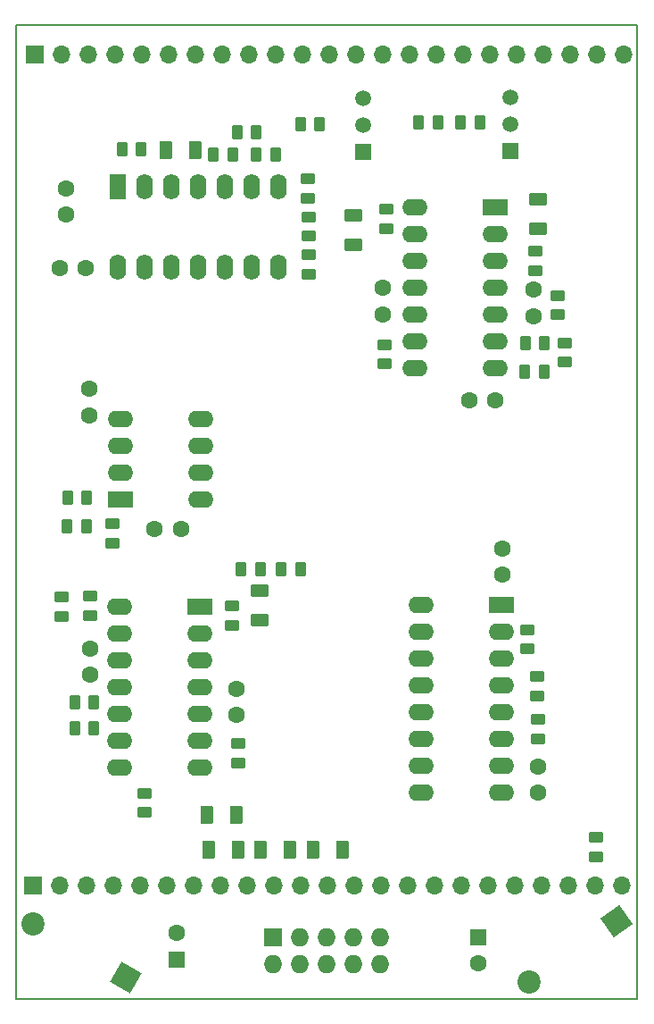
<source format=gbr>
%TF.GenerationSoftware,KiCad,Pcbnew,(5.99.0-13086-gffd1139cfe)*%
%TF.CreationDate,2021-11-22T18:43:28+08:00*%
%TF.ProjectId,Farini_EURO,46617269-6e69-45f4-9555-524f2e6b6963,rev?*%
%TF.SameCoordinates,Original*%
%TF.FileFunction,Soldermask,Bot*%
%TF.FilePolarity,Negative*%
%FSLAX46Y46*%
G04 Gerber Fmt 4.6, Leading zero omitted, Abs format (unit mm)*
G04 Created by KiCad (PCBNEW (5.99.0-13086-gffd1139cfe)) date 2021-11-22 18:43:28*
%MOMM*%
%LPD*%
G01*
G04 APERTURE LIST*
G04 Aperture macros list*
%AMRoundRect*
0 Rectangle with rounded corners*
0 $1 Rounding radius*
0 $2 $3 $4 $5 $6 $7 $8 $9 X,Y pos of 4 corners*
0 Add a 4 corners polygon primitive as box body*
4,1,4,$2,$3,$4,$5,$6,$7,$8,$9,$2,$3,0*
0 Add four circle primitives for the rounded corners*
1,1,$1+$1,$2,$3*
1,1,$1+$1,$4,$5*
1,1,$1+$1,$6,$7*
1,1,$1+$1,$8,$9*
0 Add four rect primitives between the rounded corners*
20,1,$1+$1,$2,$3,$4,$5,0*
20,1,$1+$1,$4,$5,$6,$7,0*
20,1,$1+$1,$6,$7,$8,$9,0*
20,1,$1+$1,$8,$9,$2,$3,0*%
%AMHorizOval*
0 Thick line with rounded ends*
0 $1 width*
0 $2 $3 position (X,Y) of the first rounded end (center of the circle)*
0 $4 $5 position (X,Y) of the second rounded end (center of the circle)*
0 Add line between two ends*
20,1,$1,$2,$3,$4,$5,0*
0 Add two circle primitives to create the rounded ends*
1,1,$1,$2,$3*
1,1,$1,$4,$5*%
%AMRotRect*
0 Rectangle, with rotation*
0 The origin of the aperture is its center*
0 $1 length*
0 $2 width*
0 $3 Rotation angle, in degrees counterclockwise*
0 Add horizontal line*
21,1,$1,$2,0,0,$3*%
G04 Aperture macros list end*
%TA.AperFunction,Profile*%
%ADD10C,0.150000*%
%TD*%
%ADD11R,1.700000X1.700000*%
%ADD12O,1.700000X1.700000*%
%ADD13R,1.600000X1.600000*%
%ADD14C,1.600000*%
%ADD15RotRect,2.200000X2.200000X215.000000*%
%ADD16HorizOval,2.200000X0.000000X0.000000X0.000000X0.000000X0*%
%ADD17RoundRect,0.250000X-0.625000X0.375000X-0.625000X-0.375000X0.625000X-0.375000X0.625000X0.375000X0*%
%ADD18RotRect,2.200000X2.200000X150.000000*%
%ADD19HorizOval,2.200000X0.000000X0.000000X0.000000X0.000000X0*%
%ADD20RoundRect,0.250000X-0.375000X-0.625000X0.375000X-0.625000X0.375000X0.625000X-0.375000X0.625000X0*%
%ADD21RoundRect,0.250000X0.625000X-0.375000X0.625000X0.375000X-0.625000X0.375000X-0.625000X-0.375000X0*%
%ADD22RoundRect,0.250000X0.375000X0.625000X-0.375000X0.625000X-0.375000X-0.625000X0.375000X-0.625000X0*%
%ADD23R,1.727200X1.727200*%
%ADD24O,1.727200X1.727200*%
%ADD25R,1.500000X1.500000*%
%ADD26C,1.500000*%
%ADD27RoundRect,0.250000X-0.450000X0.262500X-0.450000X-0.262500X0.450000X-0.262500X0.450000X0.262500X0*%
%ADD28RoundRect,0.250000X-0.262500X-0.450000X0.262500X-0.450000X0.262500X0.450000X-0.262500X0.450000X0*%
%ADD29RoundRect,0.250000X0.450000X-0.262500X0.450000X0.262500X-0.450000X0.262500X-0.450000X-0.262500X0*%
%ADD30RoundRect,0.250000X0.262500X0.450000X-0.262500X0.450000X-0.262500X-0.450000X0.262500X-0.450000X0*%
%ADD31R,2.400000X1.600000*%
%ADD32O,2.400000X1.600000*%
%ADD33R,1.600000X2.400000*%
%ADD34O,1.600000X2.400000*%
G04 APERTURE END LIST*
D10*
X47205489Y-140455901D02*
X106135489Y-140455901D01*
X47205489Y-48154626D02*
X47205489Y-140455901D01*
X106135489Y-48154626D02*
X47205489Y-48154626D01*
X106135489Y-140455901D02*
X106135489Y-48154626D01*
D11*
%TO.C,J2*%
X48917318Y-50955489D03*
D12*
X51457318Y-50955489D03*
X53997318Y-50955489D03*
X56537318Y-50955489D03*
X59077318Y-50955489D03*
X61617318Y-50955489D03*
X64157318Y-50955489D03*
X66697318Y-50955489D03*
X69237318Y-50955489D03*
X71777318Y-50955489D03*
X74317318Y-50955489D03*
X76857318Y-50955489D03*
X79397318Y-50955489D03*
X81937318Y-50955489D03*
X84477318Y-50955489D03*
X87017318Y-50955489D03*
X89557318Y-50955489D03*
X92097318Y-50955489D03*
X94637318Y-50955489D03*
X97177318Y-50955489D03*
X99717318Y-50955489D03*
X102257318Y-50955489D03*
X104797318Y-50955489D03*
%TD*%
D11*
%TO.C,J2*%
X48790489Y-129705489D03*
D12*
X51330489Y-129705489D03*
X53870489Y-129705489D03*
X56410489Y-129705489D03*
X58950489Y-129705489D03*
X61490489Y-129705489D03*
X64030489Y-129705489D03*
X66570489Y-129705489D03*
X69110489Y-129705489D03*
X71650489Y-129705489D03*
X74190489Y-129705489D03*
X76730489Y-129705489D03*
X79270489Y-129705489D03*
X81810489Y-129705489D03*
X84350489Y-129705489D03*
X86890489Y-129705489D03*
X89430489Y-129705489D03*
X91970489Y-129705489D03*
X94510489Y-129705489D03*
X97050489Y-129705489D03*
X99590489Y-129705489D03*
X102130489Y-129705489D03*
X104670489Y-129705489D03*
%TD*%
D13*
%TO.C,C1*%
X91005489Y-134625489D03*
D14*
X91005489Y-137125489D03*
%TD*%
D13*
%TO.C,C2*%
X62425489Y-136725489D03*
D14*
X62425489Y-134225489D03*
%TD*%
%TO.C,C3*%
X96265489Y-75765800D03*
X96265489Y-73265800D03*
%TD*%
%TO.C,C4*%
X68080489Y-113574429D03*
X68080489Y-111074429D03*
%TD*%
%TO.C,C5*%
X60328971Y-95906289D03*
X62828971Y-95906289D03*
%TD*%
%TO.C,C6*%
X81995489Y-75595800D03*
X81995489Y-73095800D03*
%TD*%
%TO.C,C7*%
X54170489Y-107254429D03*
X54170489Y-109754429D03*
%TD*%
%TO.C,C8*%
X54078971Y-82656289D03*
X54078971Y-85156289D03*
%TD*%
%TO.C,C9*%
X90155489Y-83705800D03*
X92655489Y-83705800D03*
%TD*%
%TO.C,C10*%
X96693384Y-118417904D03*
X96693384Y-120917904D03*
%TD*%
%TO.C,C11*%
X93315489Y-97775489D03*
X93315489Y-100275489D03*
%TD*%
D15*
%TO.C,D1*%
X104166781Y-133071721D03*
D16*
X95844196Y-138899258D03*
%TD*%
D17*
%TO.C,D3*%
X96665489Y-64675800D03*
X96665489Y-67475800D03*
%TD*%
D18*
%TO.C,D5*%
X57604898Y-138455489D03*
D19*
X48806080Y-133375489D03*
%TD*%
D20*
%TO.C,D6*%
X61397989Y-60080969D03*
X64197989Y-60080969D03*
%TD*%
D21*
%TO.C,D7*%
X70265489Y-104575489D03*
X70265489Y-101775489D03*
%TD*%
%TO.C,D10*%
X79217989Y-69000969D03*
X79217989Y-66200969D03*
%TD*%
D22*
%TO.C,D11*%
X73205489Y-126365489D03*
X70405489Y-126365489D03*
%TD*%
D20*
%TO.C,D12*%
X65265489Y-123035489D03*
X68065489Y-123035489D03*
%TD*%
%TO.C,D13*%
X65425489Y-126295489D03*
X68225489Y-126295489D03*
%TD*%
D23*
%TO.C,J1*%
X71590489Y-134615489D03*
D24*
X71590489Y-137155489D03*
X74130489Y-134615489D03*
X74130489Y-137155489D03*
X76670489Y-134615489D03*
X76670489Y-137155489D03*
X79210489Y-134615489D03*
X79210489Y-137155489D03*
X81750489Y-134615489D03*
X81750489Y-137155489D03*
%TD*%
D25*
%TO.C,Q1*%
X94105489Y-60095489D03*
D26*
X94105489Y-57555489D03*
X94105489Y-55015489D03*
%TD*%
D25*
%TO.C,Q2*%
X80149239Y-60225489D03*
D26*
X80149239Y-57685489D03*
X80149239Y-55145489D03*
%TD*%
D27*
%TO.C,R1*%
X67630489Y-103241929D03*
X67630489Y-105066929D03*
%TD*%
D28*
%TO.C,R2*%
X95462989Y-81025800D03*
X97287989Y-81025800D03*
%TD*%
D27*
%TO.C,R3*%
X102185489Y-125162989D03*
X102185489Y-126987989D03*
%TD*%
D28*
%TO.C,R4*%
X95502989Y-78285800D03*
X97327989Y-78285800D03*
%TD*%
D27*
%TO.C,R6*%
X99265489Y-78313300D03*
X99265489Y-80138300D03*
%TD*%
%TO.C,R7*%
X96475489Y-69643300D03*
X96475489Y-71468300D03*
%TD*%
D29*
%TO.C,R8*%
X98605489Y-75628300D03*
X98605489Y-73803300D03*
%TD*%
%TO.C,R10*%
X82145489Y-80307989D03*
X82145489Y-78482989D03*
%TD*%
%TO.C,R11*%
X68285489Y-118077989D03*
X68285489Y-116252989D03*
%TD*%
D28*
%TO.C,R12*%
X57225489Y-59950969D03*
X59050489Y-59950969D03*
%TD*%
D30*
%TO.C,R13*%
X71800489Y-60460969D03*
X69975489Y-60460969D03*
%TD*%
%TO.C,R17*%
X67750489Y-60460969D03*
X65925489Y-60460969D03*
%TD*%
%TO.C,R18*%
X69957989Y-58385489D03*
X68132989Y-58385489D03*
%TD*%
D29*
%TO.C,R22*%
X56355489Y-97267989D03*
X56355489Y-95442989D03*
%TD*%
D27*
%TO.C,R23*%
X54230489Y-102301929D03*
X54230489Y-104126929D03*
%TD*%
%TO.C,R24*%
X82285489Y-65632989D03*
X82285489Y-67457989D03*
%TD*%
%TO.C,R26*%
X59385489Y-120962989D03*
X59385489Y-122787989D03*
%TD*%
D30*
%TO.C,R27*%
X74167989Y-99715489D03*
X72342989Y-99715489D03*
%TD*%
D29*
%TO.C,R28*%
X51485489Y-104197989D03*
X51485489Y-102372989D03*
%TD*%
D27*
%TO.C,R29*%
X95723384Y-105495404D03*
X95723384Y-107320404D03*
%TD*%
D28*
%TO.C,R30*%
X68512989Y-99745489D03*
X70337989Y-99745489D03*
%TD*%
D30*
%TO.C,R31*%
X91177989Y-57405489D03*
X89352989Y-57405489D03*
%TD*%
%TO.C,R33*%
X54552989Y-114804429D03*
X52727989Y-114804429D03*
%TD*%
D28*
%TO.C,R34*%
X52727989Y-112404429D03*
X54552989Y-112404429D03*
%TD*%
D27*
%TO.C,R35*%
X96643384Y-109922904D03*
X96643384Y-111747904D03*
%TD*%
D30*
%TO.C,R38*%
X75991739Y-57595489D03*
X74166739Y-57595489D03*
%TD*%
D29*
%TO.C,R40*%
X74977989Y-71803469D03*
X74977989Y-69978469D03*
%TD*%
%TO.C,R41*%
X74907989Y-68193469D03*
X74907989Y-66368469D03*
%TD*%
D30*
%TO.C,R42*%
X87207989Y-57405489D03*
X85382989Y-57405489D03*
%TD*%
D29*
%TO.C,R43*%
X74867989Y-64573469D03*
X74867989Y-62748469D03*
%TD*%
%TO.C,R44*%
X96683384Y-115810404D03*
X96683384Y-113985404D03*
%TD*%
D31*
%TO.C,U1*%
X92625489Y-65465800D03*
D32*
X92625489Y-68005800D03*
X92625489Y-70545800D03*
X92625489Y-73085800D03*
X92625489Y-75625800D03*
X92625489Y-78165800D03*
X92625489Y-80705800D03*
X85005489Y-80705800D03*
X85005489Y-78165800D03*
X85005489Y-75625800D03*
X85005489Y-73085800D03*
X85005489Y-70545800D03*
X85005489Y-68005800D03*
X85005489Y-65465800D03*
%TD*%
D31*
%TO.C,U2*%
X64615489Y-103300489D03*
D32*
X64615489Y-105840489D03*
X64615489Y-108380489D03*
X64615489Y-110920489D03*
X64615489Y-113460489D03*
X64615489Y-116000489D03*
X64615489Y-118540489D03*
X56995489Y-118540489D03*
X56995489Y-116000489D03*
X56995489Y-113460489D03*
X56995489Y-110920489D03*
X56995489Y-108380489D03*
X56995489Y-105840489D03*
X56995489Y-103300489D03*
%TD*%
D33*
%TO.C,U3*%
X56862989Y-63510969D03*
D34*
X59402989Y-63510969D03*
X61942989Y-63510969D03*
X64482989Y-63510969D03*
X67022989Y-63510969D03*
X69562989Y-63510969D03*
X72102989Y-63510969D03*
X72102989Y-71130969D03*
X69562989Y-71130969D03*
X67022989Y-71130969D03*
X64482989Y-71130969D03*
X61942989Y-71130969D03*
X59402989Y-71130969D03*
X56862989Y-71130969D03*
%TD*%
D31*
%TO.C,U4*%
X93273384Y-103137904D03*
D32*
X93273384Y-105677904D03*
X93273384Y-108217904D03*
X93273384Y-110757904D03*
X93273384Y-113297904D03*
X93273384Y-115837904D03*
X93273384Y-118377904D03*
X93273384Y-120917904D03*
X85653384Y-120917904D03*
X85653384Y-118377904D03*
X85653384Y-115837904D03*
X85653384Y-113297904D03*
X85653384Y-110757904D03*
X85653384Y-108217904D03*
X85653384Y-105677904D03*
X85653384Y-103137904D03*
%TD*%
D20*
%TO.C,D4*%
X75385489Y-126365489D03*
X78185489Y-126365489D03*
%TD*%
D14*
%TO.C,C12*%
X51917989Y-63660969D03*
X51917989Y-66160969D03*
%TD*%
D28*
%TO.C,R47*%
X52052989Y-92975489D03*
X53877989Y-92975489D03*
%TD*%
%TO.C,R48*%
X52042989Y-95725489D03*
X53867989Y-95725489D03*
%TD*%
D31*
%TO.C,U5*%
X57078971Y-93166289D03*
D32*
X57078971Y-90626289D03*
X57078971Y-88086289D03*
X57078971Y-85546289D03*
X64698971Y-85546289D03*
X64698971Y-88086289D03*
X64698971Y-90626289D03*
X64698971Y-93166289D03*
%TD*%
D14*
%TO.C,C13*%
X51305489Y-71205489D03*
X53805489Y-71205489D03*
%TD*%
M02*

</source>
